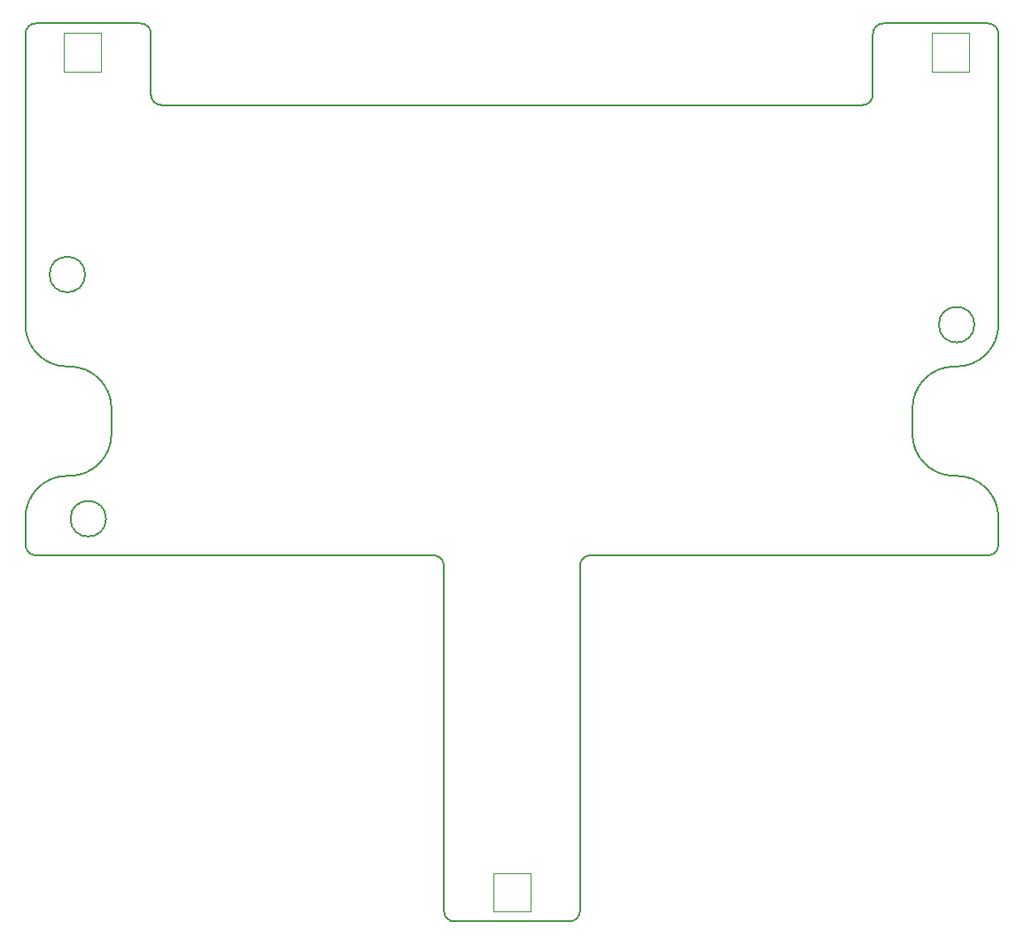
<source format=gbr>
%TF.GenerationSoftware,KiCad,Pcbnew,9.0.5*%
%TF.CreationDate,2025-10-26T18:09:26+01:00*%
%TF.ProjectId,MiniSumoSTM,4d696e69-5375-46d6-9f53-544d2e6b6963,rev?*%
%TF.SameCoordinates,Original*%
%TF.FileFunction,Profile,NP*%
%FSLAX46Y46*%
G04 Gerber Fmt 4.6, Leading zero omitted, Abs format (unit mm)*
G04 Created by KiCad (PCBNEW 9.0.5) date 2025-10-26 18:09:26*
%MOMM*%
%LPD*%
G01*
G04 APERTURE LIST*
%TA.AperFunction,Profile*%
%ADD10C,0.200000*%
%TD*%
%TA.AperFunction,Profile*%
%ADD11C,0.120000*%
%TD*%
G04 APERTURE END LIST*
D10*
X145500000Y-142475000D02*
X156500000Y-142475000D01*
X157500000Y-141475000D02*
G75*
G02*
X156500000Y-142475000I-1000000J0D01*
G01*
X157500000Y-141475000D02*
X157500000Y-108474999D01*
X157500000Y-108474999D02*
G75*
G02*
X158499998Y-107475000I999999J0D01*
G01*
X158499998Y-107475000D02*
X196500001Y-107475000D01*
X197500000Y-106475001D02*
G75*
G02*
X196500001Y-107475000I-999999J0D01*
G01*
X197500000Y-106475001D02*
X197500000Y-103874999D01*
X193500000Y-99875000D02*
G75*
G02*
X197500000Y-103874999I0J-4000000D01*
G01*
X193500000Y-99875000D02*
X193280000Y-99875000D01*
X193280000Y-99875000D02*
G75*
G02*
X189280000Y-95875000I0J4000000D01*
G01*
X189280000Y-95875000D02*
X189280000Y-93425000D01*
X189280000Y-93425000D02*
G75*
G02*
X193280000Y-89425000I4000000J0D01*
G01*
X193280000Y-89425000D02*
X193499999Y-89425000D01*
X197500000Y-85425000D02*
G75*
G02*
X193499999Y-89425000I-4000000J0D01*
G01*
X197500000Y-85425000D02*
X197500000Y-57624998D01*
X196500001Y-56625000D02*
G75*
G02*
X197500000Y-57624998I0J-999999D01*
G01*
X196500001Y-56625000D02*
X186499998Y-56625000D01*
X185500000Y-57624998D02*
G75*
G02*
X186499998Y-56625000I999999J-1D01*
G01*
X185500000Y-57624998D02*
X185500000Y-63425001D01*
X185500000Y-63425001D02*
G75*
G02*
X184500000Y-64425000I-999999J0D01*
G01*
X184500000Y-64425000D02*
X117500000Y-64425000D01*
X117500000Y-64425000D02*
G75*
G02*
X116500000Y-63425000I0J1000000D01*
G01*
X116500000Y-63425000D02*
X116500000Y-57625000D01*
X115500000Y-56625000D02*
G75*
G02*
X116500000Y-57625000I0J-1000000D01*
G01*
X115500000Y-56625000D02*
X105500000Y-56625000D01*
X104500000Y-57625000D02*
G75*
G02*
X105500000Y-56625000I1000000J0D01*
G01*
X104500000Y-57625000D02*
X104500000Y-85425000D01*
X108500000Y-89425000D02*
G75*
G02*
X104500000Y-85425000I0J4000000D01*
G01*
X108500000Y-89425000D02*
X108720000Y-89425000D01*
X108720000Y-89425000D02*
G75*
G02*
X112720000Y-93425000I0J-4000000D01*
G01*
X112720000Y-93425000D02*
X112720000Y-95875000D01*
X112720000Y-95875000D02*
G75*
G02*
X108720545Y-99875000I-4000000J0D01*
G01*
X108720545Y-99875000D02*
X108500505Y-99875030D01*
X104501467Y-103929015D02*
G75*
G02*
X108500505Y-99875032I3999583J54035D01*
G01*
X104501467Y-103929015D02*
X104501467Y-106529146D01*
X105500000Y-107475000D02*
G75*
G02*
X104501467Y-106529146I0J1000000D01*
G01*
X105500000Y-107475000D02*
X143500000Y-107475000D01*
X143500000Y-107475000D02*
G75*
G02*
X144500000Y-108475000I0J-1000000D01*
G01*
X144500000Y-108475000D02*
X144500000Y-141475000D01*
X145500000Y-142475000D02*
G75*
G02*
X144500000Y-141475000I0J1000000D01*
G01*
X112201467Y-103975000D02*
G75*
G02*
X108801467Y-103975000I-1700000J0D01*
G01*
X108801467Y-103975000D02*
G75*
G02*
X112201467Y-103975000I1700000J0D01*
G01*
X195200000Y-85425000D02*
G75*
G02*
X191800000Y-85425000I-1700000J0D01*
G01*
X191800000Y-85425000D02*
G75*
G02*
X195200000Y-85425000I1700000J0D01*
G01*
X110200000Y-80625000D02*
G75*
G02*
X106800000Y-80625000I-1700000J0D01*
G01*
X106800000Y-80625000D02*
G75*
G02*
X110200000Y-80625000I1700000J0D01*
G01*
D11*
%TO.C,U2*%
X111725000Y-61225000D02*
X111725000Y-57525000D01*
X111725000Y-57525000D02*
X108125000Y-57525000D01*
X108125000Y-61225000D02*
X111725000Y-61225000D01*
X108125000Y-57525000D02*
X108125000Y-61225000D01*
%TO.C,U3*%
X152800000Y-141550000D02*
X152800000Y-137850000D01*
X152800000Y-137850000D02*
X149200000Y-137850000D01*
X149200000Y-141550000D02*
X152800000Y-141550000D01*
X149200000Y-137850000D02*
X149200000Y-141550000D01*
%TO.C,U1*%
X194725000Y-61225000D02*
X194725000Y-57525000D01*
X194725000Y-57525000D02*
X191125000Y-57525000D01*
X191125000Y-61225000D02*
X194725000Y-61225000D01*
X191125000Y-57525000D02*
X191125000Y-61225000D01*
%TD*%
M02*

</source>
